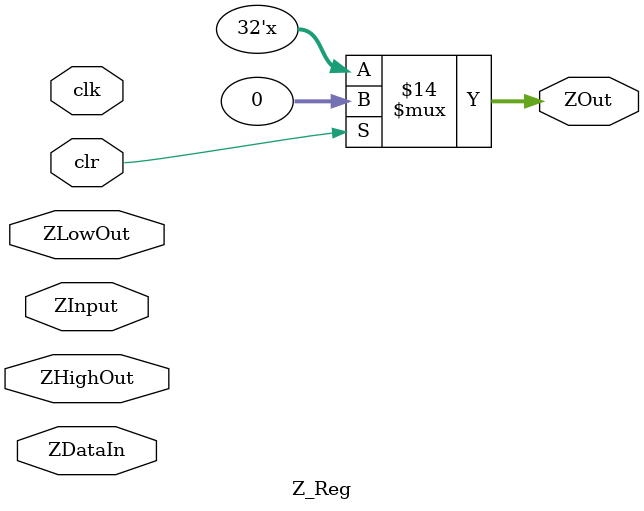
<source format=v>
module Z_Reg (
			output reg [31:0] ZOut, 
			input [63:0] ZDataIn,
			input ZInput, ZLowOut, ZHighOut, clr, clk
);

    reg[63:0] ZTemp;
// on each pos edge and when input ZDataIn changes
    always @(clk, ZDataIn)      
        begin
            if(clr)
                ZOut <=64'h0000000000000000;
            // write operation signal
            else if(ZInput)
                ZTemp <= ZDataIn;
            //read operation of lower 32 bits
            else if(ZLowOut)
                ZOut <= ZTemp[31:0];
            //read operation of higher 32 bits
            else if(ZHighOut)
                ZOut <= ZTemp[63:32];
        end
endmodule            

</source>
